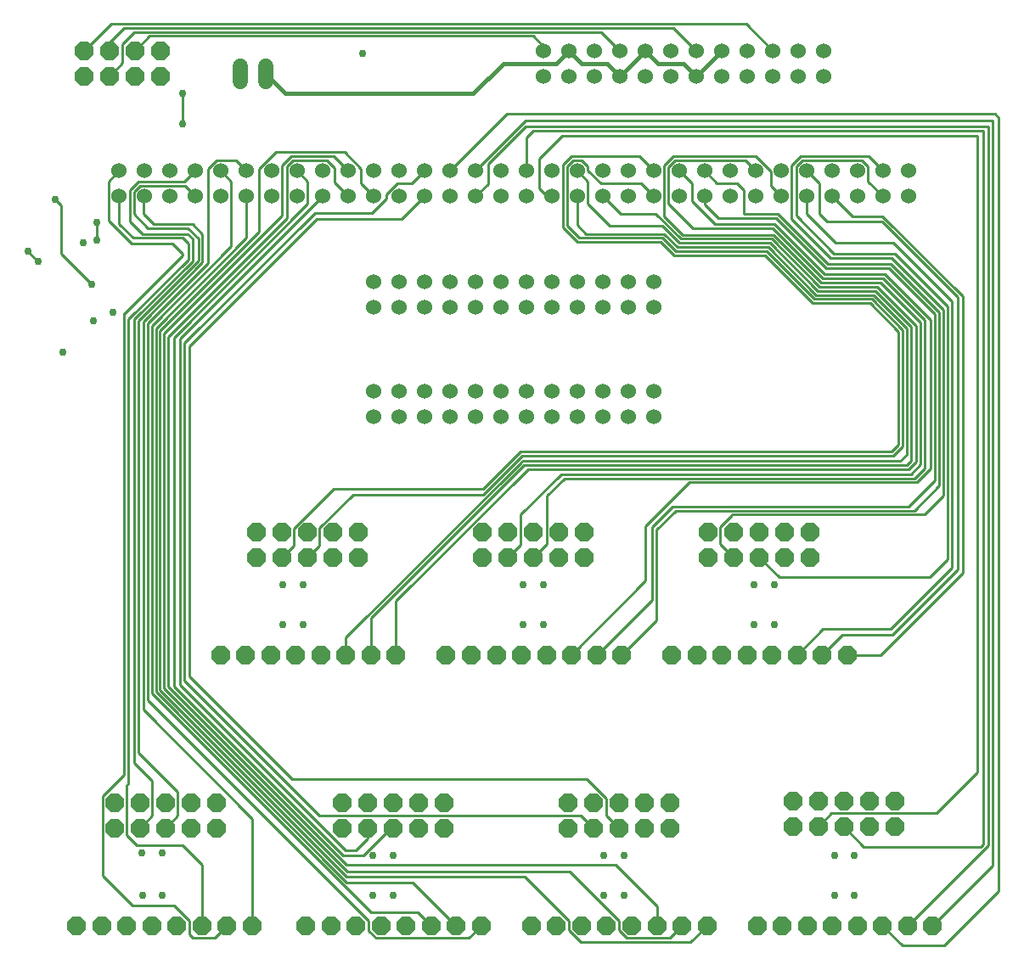
<source format=gbr>
G04 EAGLE Gerber RS-274X export*
G75*
%MOMM*%
%FSLAX34Y34*%
%LPD*%
%AMOC8*
5,1,8,0,0,1.08239X$1,22.5*%
G01*
%ADD10P,2.034460X8X22.500000*%
%ADD11P,2.034460X8X202.500000*%
%ADD12C,1.530000*%
%ADD13C,1.524000*%
%ADD14C,0.756400*%
%ADD15C,0.254000*%
%ADD16C,0.254000*%
%ADD17C,0.406400*%


D10*
X139500Y80000D03*
X114500Y80000D03*
X89500Y80000D03*
X64500Y80000D03*
X164500Y80000D03*
X189500Y80000D03*
X214500Y80000D03*
X239500Y80000D03*
X368000Y80000D03*
X343000Y80000D03*
X318000Y80000D03*
X293000Y80000D03*
X393000Y80000D03*
X418000Y80000D03*
X443000Y80000D03*
X468000Y80000D03*
X593000Y80000D03*
X568000Y80000D03*
X543000Y80000D03*
X518000Y80000D03*
X618000Y80000D03*
X643000Y80000D03*
X668000Y80000D03*
X693000Y80000D03*
X508000Y350000D03*
X483000Y350000D03*
X458000Y350000D03*
X433000Y350000D03*
X533000Y350000D03*
X558000Y350000D03*
X583000Y350000D03*
X608000Y350000D03*
X283000Y350000D03*
X258000Y350000D03*
X233000Y350000D03*
X208000Y350000D03*
X308000Y350000D03*
X333000Y350000D03*
X358000Y350000D03*
X383000Y350000D03*
X818000Y80000D03*
X793000Y80000D03*
X768000Y80000D03*
X743000Y80000D03*
X843000Y80000D03*
X868000Y80000D03*
X893000Y80000D03*
X918000Y80000D03*
X733000Y350000D03*
X708000Y350000D03*
X683000Y350000D03*
X658000Y350000D03*
X758000Y350000D03*
X783000Y350000D03*
X808000Y350000D03*
X833000Y350000D03*
D11*
X204000Y202700D03*
X204000Y177300D03*
X178600Y202700D03*
X178600Y177300D03*
X153200Y202700D03*
X153200Y177300D03*
X127800Y202700D03*
X127800Y177300D03*
X102400Y202700D03*
X102400Y177300D03*
X431260Y202700D03*
X431260Y177300D03*
X405860Y202700D03*
X405860Y177300D03*
X380460Y202700D03*
X380460Y177300D03*
X355060Y202700D03*
X355060Y177300D03*
X329660Y202700D03*
X329660Y177300D03*
X655800Y202700D03*
X655800Y177300D03*
X630400Y202700D03*
X630400Y177300D03*
X605000Y202700D03*
X605000Y177300D03*
X579600Y202700D03*
X579600Y177300D03*
X554200Y202700D03*
X554200Y177300D03*
X880100Y204160D03*
X880100Y178760D03*
X854700Y204160D03*
X854700Y178760D03*
X829300Y204160D03*
X829300Y178760D03*
X803900Y204160D03*
X803900Y178760D03*
X778500Y204160D03*
X778500Y178760D03*
X345440Y472280D03*
X345440Y446880D03*
X320040Y472280D03*
X320040Y446880D03*
X294640Y472280D03*
X294640Y446880D03*
X269240Y472280D03*
X269240Y446880D03*
X243840Y472280D03*
X243840Y446880D03*
X570800Y472700D03*
X570800Y447300D03*
X545400Y472700D03*
X545400Y447300D03*
X520000Y472700D03*
X520000Y447300D03*
X494600Y472700D03*
X494600Y447300D03*
X469200Y472700D03*
X469200Y447300D03*
X795800Y472700D03*
X795800Y447300D03*
X770400Y472700D03*
X770400Y447300D03*
X745000Y472700D03*
X745000Y447300D03*
X719600Y472700D03*
X719600Y447300D03*
X694200Y472700D03*
X694200Y447300D03*
D12*
X360300Y697300D03*
X360300Y722700D03*
X385700Y697300D03*
X385700Y722700D03*
X411100Y697300D03*
X411100Y722700D03*
X436500Y697300D03*
X436500Y722700D03*
X461900Y697300D03*
X461900Y722700D03*
X487300Y697300D03*
X487300Y722700D03*
X512700Y697300D03*
X512700Y722700D03*
X538100Y697300D03*
X538100Y722700D03*
X563500Y697300D03*
X563500Y722700D03*
X588900Y697300D03*
X588900Y722700D03*
X614300Y697300D03*
X614300Y722700D03*
X639700Y697300D03*
X639700Y722700D03*
X360300Y587300D03*
X360300Y612700D03*
X385700Y587300D03*
X385700Y612700D03*
X411100Y587300D03*
X411100Y612700D03*
X436500Y587300D03*
X436500Y612700D03*
X461900Y587300D03*
X461900Y612700D03*
X487300Y587300D03*
X487300Y612700D03*
X512700Y587300D03*
X512700Y612700D03*
X538100Y587300D03*
X538100Y612700D03*
X563500Y587300D03*
X563500Y612700D03*
X588900Y587300D03*
X588900Y612700D03*
X614300Y587300D03*
X614300Y612700D03*
X639700Y587300D03*
X639700Y612700D03*
X106680Y807560D03*
X106680Y832960D03*
X132080Y807560D03*
X132080Y832960D03*
X157480Y807560D03*
X157480Y832960D03*
X182880Y807560D03*
X182880Y832960D03*
X208280Y807560D03*
X208280Y832960D03*
X233680Y807560D03*
X233680Y832960D03*
X259080Y807560D03*
X259080Y832960D03*
X284480Y807560D03*
X284480Y832960D03*
X309880Y807560D03*
X309880Y832960D03*
X335280Y807560D03*
X335280Y832960D03*
X360680Y807560D03*
X360680Y832960D03*
X386080Y807560D03*
X386080Y832960D03*
X411480Y807560D03*
X411480Y832960D03*
X436880Y807560D03*
X436880Y832960D03*
X462280Y807560D03*
X462280Y832960D03*
X487680Y807560D03*
X487680Y832960D03*
X513080Y807560D03*
X513080Y832960D03*
X538480Y807560D03*
X538480Y832960D03*
X563880Y807560D03*
X563880Y832960D03*
X589280Y807560D03*
X589280Y832960D03*
X614680Y807560D03*
X614680Y832960D03*
X640080Y807560D03*
X640080Y832960D03*
X665480Y807560D03*
X665480Y832960D03*
X690880Y807560D03*
X690880Y832960D03*
X716280Y807560D03*
X716280Y832960D03*
X741680Y807560D03*
X741680Y832960D03*
X767080Y807560D03*
X767080Y832960D03*
X792480Y807560D03*
X792480Y832960D03*
X817880Y807560D03*
X817880Y832960D03*
X843280Y807560D03*
X843280Y832960D03*
X868680Y807560D03*
X868680Y832960D03*
X894080Y807560D03*
X894080Y832960D03*
D13*
X227300Y922380D02*
X227300Y937620D01*
X252700Y937620D02*
X252700Y922380D01*
D12*
X530300Y927300D03*
X530300Y952700D03*
X555700Y927300D03*
X555700Y952700D03*
X581100Y927300D03*
X581100Y952700D03*
X606500Y927300D03*
X606500Y952700D03*
X631900Y927300D03*
X631900Y952700D03*
X657300Y927300D03*
X657300Y952700D03*
X682700Y927300D03*
X682700Y952700D03*
X708100Y927300D03*
X708100Y952700D03*
X733500Y927300D03*
X733500Y952700D03*
X758900Y927300D03*
X758900Y952700D03*
X784300Y927300D03*
X784300Y952700D03*
X809700Y927300D03*
X809700Y952700D03*
D11*
X148100Y952700D03*
X148100Y927300D03*
X122700Y952700D03*
X122700Y927300D03*
X97300Y952700D03*
X97300Y927300D03*
X71900Y952700D03*
X71900Y927300D03*
D14*
X149860Y152400D03*
X150000Y110000D03*
X380000Y150000D03*
X380000Y110000D03*
X610000Y150000D03*
X610000Y110000D03*
X840000Y150000D03*
X840000Y110000D03*
X530000Y420000D03*
X530000Y380000D03*
X760000Y420000D03*
X760000Y380000D03*
X100960Y691680D03*
X290000Y380000D03*
X290000Y420000D03*
X81280Y683260D03*
X350000Y950000D03*
D15*
X106680Y807560D02*
X106680Y790000D01*
X106680Y780000D01*
X114592Y220000D02*
X114592Y170000D01*
D16*
X106680Y780000D03*
D15*
X120744Y765936D02*
X170000Y765936D01*
X120744Y765936D02*
X106680Y780000D01*
X170000Y765936D02*
X175660Y760276D01*
X175660Y744340D01*
X116060Y684739D01*
X116060Y221468D01*
X114592Y220000D01*
X114592Y170000D02*
X124592Y160000D01*
X170000Y160000D01*
X189500Y140500D01*
X189500Y80000D01*
X180000Y67808D02*
X202308Y67808D01*
X214500Y80000D01*
X180000Y67808D02*
X176692Y71116D01*
X176692Y85050D01*
X161742Y100000D02*
X120000Y100000D01*
X90208Y209210D02*
X111760Y230762D01*
X90208Y209210D02*
X90208Y129792D01*
X120000Y100000D01*
X96236Y783234D02*
X96236Y822516D01*
X111760Y690000D02*
X111760Y230762D01*
X96236Y822516D02*
X106680Y832960D01*
X161742Y100000D02*
X176692Y85050D01*
D16*
X111760Y690000D03*
D15*
X170000Y748240D01*
X170000Y750000D01*
X160000Y760000D01*
X119470Y760000D01*
X96236Y783234D01*
X131044Y806524D02*
X132080Y807560D01*
X131044Y806524D02*
X131044Y790000D01*
X131044Y295180D02*
X239500Y186724D01*
X239500Y80000D01*
X141044Y780000D02*
X131044Y790000D01*
X180000Y780000D02*
X190000Y770000D01*
X190000Y741437D01*
X180000Y780000D02*
X141044Y780000D01*
X190000Y741437D02*
X131044Y682481D01*
X131044Y295180D01*
X868000Y80000D02*
X888000Y60000D01*
X930000Y60000D02*
X984090Y114090D01*
X984090Y885910D02*
X980000Y890000D01*
X493920Y890000D02*
X436880Y832960D01*
X888000Y60000D02*
X930000Y60000D01*
X984090Y114090D02*
X984090Y885910D01*
X980000Y890000D02*
X493920Y890000D01*
X973543Y877560D02*
X973543Y160543D01*
X893000Y80000D01*
X973543Y877560D02*
X512280Y877560D01*
X474820Y840100D01*
X474820Y820100D01*
X462280Y807560D01*
X978000Y882960D02*
X978000Y140000D01*
X918000Y80000D01*
X978000Y882960D02*
X512280Y882960D01*
X462280Y832960D01*
X218724Y822516D02*
X208280Y832960D01*
X218724Y822516D02*
X218724Y757823D01*
X139551Y678650D01*
X139551Y311429D01*
X357976Y93004D01*
X404996Y93004D01*
X418000Y80000D01*
X233680Y766085D02*
X233680Y807560D01*
X233680Y766085D02*
X143615Y676020D01*
X143615Y313112D01*
X333430Y123297D01*
X399703Y123297D01*
X443000Y80000D01*
X233680Y832960D02*
X223236Y843404D01*
X203954Y843404D01*
X195580Y835030D01*
X195580Y741270D01*
X135108Y680798D01*
X135108Y305134D01*
X355808Y84434D01*
X355808Y74950D01*
X362950Y67808D01*
X455808Y67808D01*
X468000Y80000D01*
X335280Y807560D02*
X321853Y820987D01*
X321853Y835758D01*
X314206Y843404D01*
X280154Y843404D01*
X274036Y837286D01*
X274036Y785667D01*
X155808Y667439D01*
X155808Y318282D01*
X333714Y140376D01*
X601764Y140376D01*
X643000Y99140D01*
X643000Y80000D01*
X335280Y832960D02*
X320772Y847468D01*
X278470Y847468D01*
X269524Y838522D01*
X269524Y788674D01*
X151744Y670894D01*
X151744Y316479D01*
X333965Y134257D01*
X555985Y134257D01*
X605192Y85050D01*
X605192Y75566D01*
X612950Y67808D01*
X655808Y67808D01*
X668000Y80000D01*
X360680Y807560D02*
X347980Y820260D01*
X347980Y835030D01*
X331478Y851532D01*
X262882Y851532D01*
X246380Y835030D01*
X246380Y772086D01*
X147680Y673386D01*
X147680Y314795D01*
X333825Y128650D01*
X511592Y128650D01*
X555192Y85050D01*
X555192Y75566D01*
X567014Y63744D01*
X676744Y63744D01*
X693000Y80000D01*
X383000Y403742D02*
X514713Y535455D01*
X383000Y403742D02*
X383000Y350000D01*
X514713Y535455D02*
X894115Y535455D01*
X901700Y543040D01*
X901700Y678300D01*
X862704Y717296D01*
X805462Y717296D01*
X757569Y765189D02*
X666704Y765189D01*
X757569Y765189D02*
X805462Y717296D01*
X666704Y765189D02*
X641893Y790000D01*
X606840Y790000D01*
X589280Y807560D01*
X574324Y822516D02*
X563880Y832960D01*
X574324Y822516D02*
X574324Y800000D01*
X510837Y539519D02*
X358000Y386682D01*
X358000Y350000D01*
X892432Y539519D02*
X896456Y543544D01*
X896456Y677796D01*
X861021Y713232D02*
X803779Y713232D01*
X755886Y761125D01*
X861021Y713232D02*
X896456Y677796D01*
X665021Y761125D02*
X648073Y778073D01*
X665021Y761125D02*
X755886Y761125D01*
X648073Y778073D02*
X596252Y778073D01*
X574324Y800000D01*
X510837Y539519D02*
X892432Y539519D01*
X563880Y778740D02*
X563880Y807560D01*
X507785Y542215D02*
X333000Y367430D01*
X333000Y350000D01*
X507785Y542215D02*
X507785Y542215D01*
X885975Y543583D02*
X892392Y550000D01*
X509153Y543583D02*
X507785Y542215D01*
X509153Y543583D02*
X885975Y543583D01*
X892392Y550000D02*
X892392Y676113D01*
X859337Y709168D01*
X802095Y709168D01*
X754203Y757061D02*
X663337Y757061D01*
X754203Y757061D02*
X802095Y709168D01*
X663337Y757061D02*
X650398Y770000D01*
X572620Y770000D02*
X563880Y778740D01*
X572620Y770000D02*
X650398Y770000D01*
X867880Y787560D02*
X947880Y707560D01*
X947880Y431640D01*
X866240Y350000D01*
X833000Y350000D01*
X837880Y787560D02*
X867880Y787560D01*
X837880Y787560D02*
X817880Y807560D01*
X942880Y434880D02*
X878000Y370000D01*
X828000Y370000D01*
X808000Y350000D01*
X805120Y790320D02*
X805120Y820320D01*
X792480Y832960D01*
X805120Y790320D02*
X813120Y782320D01*
X942880Y706813D02*
X942880Y434880D01*
X942880Y706813D02*
X867373Y782320D01*
X813120Y782320D01*
X792480Y789980D02*
X821230Y761230D01*
X792480Y789980D02*
X792480Y807560D01*
X937260Y437260D02*
X875920Y375920D01*
X937260Y437260D02*
X937260Y702740D01*
X878770Y761230D01*
X821230Y761230D01*
X808920Y375920D02*
X783000Y350000D01*
X808920Y375920D02*
X875920Y375920D01*
X182880Y807560D02*
X172436Y818004D01*
X127754Y818004D01*
X121636Y811886D01*
X121636Y790000D01*
X126096Y252545D02*
X165392Y213249D01*
X165392Y189492D01*
X153200Y177300D01*
X135700Y775936D02*
X121636Y790000D01*
X135700Y775936D02*
X175260Y775936D01*
X185936Y765260D01*
X185936Y743121D01*
X126096Y683281D01*
X126096Y252545D01*
X171988Y822068D02*
X182880Y832960D01*
X171988Y822068D02*
X126070Y822068D01*
X117572Y813570D01*
X122032Y242129D02*
X139992Y224169D01*
X139992Y189492D01*
X127800Y177300D01*
X130000Y770000D02*
X117572Y782428D01*
X130000Y770000D02*
X175449Y770000D01*
X180000Y765449D02*
X180000Y742932D01*
X117572Y782428D02*
X117572Y813570D01*
X175449Y770000D02*
X180000Y765449D01*
X180000Y742932D02*
X122032Y684964D01*
X122032Y242129D01*
X294924Y822516D02*
X284480Y832960D01*
X294924Y822516D02*
X294924Y799901D01*
X161640Y666617D01*
X161640Y318258D01*
X329990Y149908D01*
X350528Y149908D01*
X377920Y177300D01*
X380460Y177300D01*
X167826Y665506D02*
X309880Y807560D01*
X167826Y665506D02*
X167826Y320054D01*
X333080Y154800D01*
X342560Y154800D01*
X355060Y167300D01*
X355060Y177300D01*
X177048Y658108D02*
X303900Y784960D01*
X177048Y658108D02*
X177048Y328710D01*
X279408Y226350D01*
X573192Y226350D01*
X592808Y206734D01*
X592808Y189492D01*
X605000Y177300D01*
X388880Y784960D02*
X303900Y784960D01*
X388880Y784960D02*
X411480Y807560D01*
X398780Y820260D02*
X411480Y832960D01*
X398780Y820260D02*
X384010Y820260D01*
X373380Y809630D01*
X373380Y805490D01*
X358610Y790720D01*
X301830Y790720D01*
X172170Y661060D01*
X172170Y323968D01*
X306138Y190000D01*
X566900Y190000D01*
X579600Y177300D01*
X520044Y872824D02*
X968626Y872824D01*
X829300Y178760D02*
X849300Y158760D01*
X966013Y158760D02*
X968626Y161374D01*
X968626Y872824D01*
X966013Y158760D02*
X849300Y158760D01*
X513080Y865860D02*
X520044Y872824D01*
X513080Y865860D02*
X513080Y832960D01*
X817108Y191968D02*
X803900Y178760D01*
X921968Y191968D02*
X962756Y232756D01*
X921968Y191968D02*
X817108Y191968D01*
X962756Y232756D02*
X962756Y867560D01*
X548480Y867560D01*
X540460Y859540D01*
X538480Y857560D01*
D16*
X540460Y859540D03*
D15*
X525780Y844860D01*
X525780Y820000D01*
X525780Y815340D01*
X533560Y807560D01*
X538480Y807560D01*
X627380Y820260D02*
X640080Y807560D01*
X627380Y820260D02*
X587210Y820260D01*
X574324Y833146D01*
X574324Y837286D01*
X568206Y843404D01*
X559554Y843404D01*
X553436Y837286D01*
X553436Y777830D01*
X340197Y509803D02*
X306832Y476438D01*
X306832Y459072D01*
X294640Y446880D01*
X469626Y509803D02*
X508463Y548640D01*
X469626Y509803D02*
X340197Y509803D01*
X508463Y548640D02*
X878640Y548640D01*
X888328Y558328D01*
X888328Y674430D02*
X857654Y705104D01*
X888328Y674430D02*
X888328Y558328D01*
X857654Y705104D02*
X800412Y705104D01*
X752519Y752997D02*
X661654Y752997D01*
X648715Y765936D01*
X752519Y752997D02*
X800412Y705104D01*
X565330Y765936D02*
X553436Y777830D01*
X565330Y765936D02*
X648715Y765936D01*
X640080Y832960D02*
X625572Y847468D01*
X557870Y847468D01*
X549372Y838970D01*
X320719Y515601D02*
X281432Y476314D01*
X281432Y459072D01*
X269240Y446880D01*
X320719Y515601D02*
X469677Y515601D01*
X506780Y552704D01*
X876957Y552704D02*
X884264Y560012D01*
X876957Y552704D02*
X506780Y552704D01*
X884264Y560012D02*
X884264Y672746D01*
X855971Y701040D02*
X798728Y701040D01*
X750836Y748933D01*
X855971Y701040D02*
X884264Y672746D01*
X659971Y748933D02*
X647031Y761872D01*
X659971Y748933D02*
X750836Y748933D01*
X563646Y761872D02*
X549372Y776146D01*
X549372Y800628D01*
X563646Y761872D02*
X647031Y761872D01*
X549372Y800628D02*
X549372Y800628D01*
X549372Y838970D01*
X731236Y843404D02*
X741680Y832960D01*
X731236Y843404D02*
X661154Y843404D01*
X654588Y836838D01*
X654588Y800000D01*
X533208Y508580D02*
X533208Y460508D01*
X520000Y447300D01*
X550846Y526218D02*
X900000Y526218D01*
X900470Y526218D01*
X868317Y725936D02*
X808317Y725936D01*
X758317Y775936D01*
X868317Y725936D02*
X910000Y684253D01*
X678652Y775936D02*
X654588Y800000D01*
X678652Y775936D02*
X758317Y775936D01*
X550846Y526218D02*
X533208Y508580D01*
X900000Y526218D02*
X910000Y536218D01*
X910000Y684253D01*
X767080Y807560D02*
X756636Y818004D01*
X756636Y832774D01*
X741942Y847468D01*
X659470Y847468D01*
X650524Y838522D01*
X507300Y490000D02*
X507300Y460000D01*
X494600Y447300D01*
X507300Y490000D02*
X547582Y530282D01*
X896218Y530282D02*
X905936Y540000D01*
X896218Y530282D02*
X547582Y530282D01*
X905936Y540000D02*
X905936Y681564D01*
X866140Y721360D01*
X807145Y721360D01*
X759253Y769253D01*
X668387Y769253D01*
X650524Y787116D01*
X650524Y838522D01*
X853724Y822516D02*
X868680Y807560D01*
X853724Y822516D02*
X853724Y837286D01*
X847606Y843404D01*
X788154Y843404D01*
X880315Y750315D02*
X932808Y697822D01*
X932808Y445108D01*
X915000Y427300D01*
X765000Y427300D01*
X745000Y447300D01*
X819685Y750315D02*
X880315Y750315D01*
X788154Y843404D02*
X782036Y837286D01*
X788154Y843404D02*
X788154Y843404D01*
X782036Y837286D02*
X782036Y787964D01*
X819685Y750315D01*
X868680Y832960D02*
X854172Y847468D01*
X786470Y847468D01*
X777524Y838522D01*
X777524Y830000D01*
X777524Y828634D01*
X706392Y477750D02*
X706392Y460508D01*
X719600Y447300D01*
X777524Y784576D02*
X777524Y830000D01*
X777524Y784576D02*
X816200Y745900D01*
X877160Y745900D01*
X928744Y694316D01*
X928744Y508744D02*
X910000Y490000D01*
X928744Y508744D02*
X928744Y694316D01*
X910000Y490000D02*
X718258Y490000D01*
X718258Y489616D02*
X706392Y477750D01*
X718258Y489616D02*
X718258Y490000D01*
X675924Y522154D02*
X631878Y478107D01*
X631878Y423878D01*
X558000Y350000D01*
X675924Y522154D02*
X902154Y522154D01*
X915936Y535936D01*
X915936Y684064D02*
X870000Y730000D01*
X810000Y730000D01*
X760000Y780000D01*
X700820Y780000D01*
X678180Y802640D01*
X678180Y820260D01*
X915936Y684064D02*
X915936Y535936D01*
X678180Y820260D02*
X665480Y832960D01*
X637905Y477215D02*
X637905Y404905D01*
X583000Y350000D01*
X637905Y477215D02*
X658818Y498128D01*
X894080Y498128D01*
X920000Y524048D01*
X874288Y735712D02*
X811781Y735712D01*
X761557Y785936D01*
X874288Y735712D02*
X920000Y690000D01*
X920000Y524048D01*
X690880Y799120D02*
X690880Y807560D01*
X704064Y785936D02*
X761557Y785936D01*
X704064Y785936D02*
X690880Y799120D01*
X642440Y474785D02*
X642440Y384440D01*
X608000Y350000D01*
X703000Y820840D02*
X723000Y820840D01*
X661719Y494064D02*
X900000Y494064D01*
X661719Y494064D02*
X642440Y474785D01*
X900000Y494064D02*
X924680Y518744D01*
X924680Y691480D01*
X876384Y739776D02*
X813464Y739776D01*
X876384Y739776D02*
X924680Y691480D01*
X703000Y820840D02*
X690880Y832960D01*
X763240Y790000D02*
X813464Y739776D01*
X763240Y790000D02*
X730000Y790000D01*
X730000Y813840D02*
X723000Y820840D01*
X730000Y813840D02*
X730000Y790000D01*
D14*
X130000Y110000D03*
X129540Y152400D03*
X360000Y150000D03*
X360000Y110000D03*
X590000Y150000D03*
X590000Y110000D03*
X820000Y150000D03*
X820000Y110000D03*
X510000Y420000D03*
X510000Y380000D03*
X740000Y420000D03*
X740000Y380000D03*
X50960Y651680D03*
X70960Y761680D03*
X270000Y420000D03*
X270000Y380000D03*
X84780Y763680D03*
X84780Y781460D03*
X170000Y880000D03*
D15*
X170000Y910000D01*
D14*
X170000Y910000D03*
D15*
X84780Y781460D02*
X84780Y763680D01*
D14*
X79700Y720180D03*
D15*
X49220Y750660D01*
X49220Y791300D01*
D14*
X43180Y804700D03*
D15*
X49220Y798660D02*
X49220Y791300D01*
X49220Y798660D02*
X43180Y804700D01*
D14*
X26360Y743040D03*
D15*
X25660Y743040D01*
D14*
X16200Y752500D03*
D15*
X25660Y743040D01*
X137432Y967432D02*
X520000Y967432D01*
X530300Y957132D01*
X530300Y952700D01*
X137432Y967432D02*
X122700Y952700D01*
X659840Y975560D02*
X682700Y952700D01*
X659840Y975560D02*
X111640Y975560D01*
X97300Y961220D01*
X97300Y952700D01*
X587704Y971496D02*
X606500Y952700D01*
X587704Y971496D02*
X122070Y971496D01*
X110360Y959786D01*
X110360Y940360D01*
X97300Y927300D01*
X731976Y979624D02*
X758900Y952700D01*
X731976Y979624D02*
X98824Y979624D01*
X71900Y952700D01*
D17*
X555700Y952700D02*
X568316Y940084D01*
D15*
X605870Y927300D02*
X606500Y927300D01*
D17*
X593086Y940084D02*
X568316Y940084D01*
X593086Y940084D02*
X605870Y927300D01*
X682700Y927300D02*
X708100Y952700D01*
X631900Y952700D02*
X606500Y927300D01*
X631900Y952700D02*
X644600Y940000D01*
X670000Y940000D01*
X682700Y927300D01*
X430000Y910000D02*
X272700Y910000D01*
X430000Y910000D02*
X460000Y910000D01*
X543000Y940000D02*
X555700Y952700D01*
X490000Y940000D02*
X460000Y910000D01*
X490000Y940000D02*
X543000Y940000D01*
X272700Y910000D02*
X252700Y930000D01*
M02*

</source>
